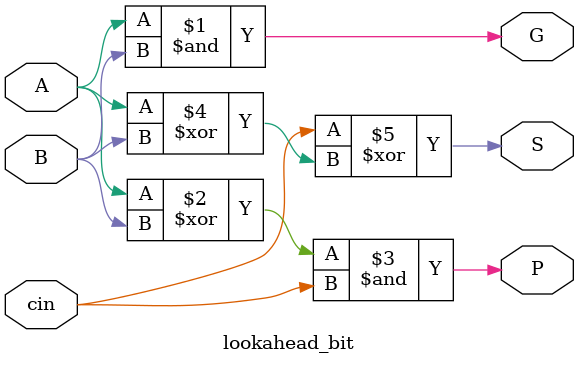
<source format=sv>
module lookahead_adder (
	input  [15:0] A, B,
	input         cin,
	output [15:0] S,
	output        cout
);

	logic PG, GG, PG0, PG4, PG8, PG12,
					GG0, GG4, GG8, GG12,
				c4, c8, c12;

		
	  lookahead_unit_4 BLOCK0( .A(A[3:0]), .B(B[3:0]), .c_in(cin), .S(S[3:0]), .PG(PG0), .GG(GG0));
	  lookahead_unit_4 BLOCK1( .A(A[7:4]), .B(B[7:4]), .c_in(c4), .S(S[7:4]), .PG(PG4), .GG(GG4));
	  lookahead_unit_4 BLOCK2( .A(A[11:8]), .B(B[11:8]), .c_in(c8), .S(S[11:8]), .PG(PG8), .GG(GG8));
	  lookahead_unit_4 BLOCK3( .A(A[15:12]), .B(B[15:12]), .c_in(c12), .S(S[15:12]), .PG(PG12), .GG(GG12));
	
	
	always_comb
	begin
		c4 = (cin & PG0) | GG0;
		c8 = (cin & PG0 & PG4) | (GG0 & PG4) | GG4;
		c12 = (cin & PG8 & PG4 & PG0) | (GG0 & PG8 & PG4) | (GG4 & PG8) |	GG8;
		PG = PG0 & PG4 & PG8 & PG12;
		GG = GG12 | (GG8 & PG12) | (GG4 & PG12 & PG8) | (GG0 & PG12 & PG8 & PG4);
		cout = GG | (PG & c12);
	end


    /* TODO
     *
     * Insert code here to implement a CLA adder.
     * Your code should be completly combinational (don't use always_ff or always_latch).
     * Feel free to create sub-modules or other files. */
	  
	  
endmodule




module lookahead_unit_4(
	input logic [3:0] A,B,
	input logic c_in,

	output logic [3:0] S,
	output logic PG, GG);
	
	logic [3:0] P,G;
		
	always_comb
	begin
 
		c1 = (c_in & P[0]) | G[0];
		c2 = (c_in & P[0] & P[1]) | (G[0] & P[1]) | G[1];
		c3 = (c_in & P[0] & P[1] & P[2]) | (G[0] & P[1] & P[2]) | (G[1] & P[2]) |	G[2]; 
		PG = P[0] & P[1] & P[2]& P[3]; //get the propogation signal at the end of 4 bits
		GG = G[3] | (G[2] & P[3]) | (G[1] & P[3] & P[2]) | (G[0] & P[3] & P[2] & P[1]); //get the generation signal at the end of 4 bits

	end
		lookahead_bit BLOCK0(.A(A[0]), .B(B[0]), .cin(c_in), .G(G[0]), .P(P[0]), .S(S[0]));
		lookahead_bit BLOCK1(.A(A[1]), .B(B[1]), .cin(c1), .G(G[1]), .P(P[1]), .S(S[1]));
		lookahead_bit BLOCK2(.A(A[2]), .B(B[2]), .cin(c2), .G(G[2]), .P(P[2]), .S(S[2]));
		lookahead_bit BLOCK3(.A(A[3]), .B(B[3]), .cin(c3), .G(G[3]), .P(P[3]), .S(S[3]));
	
endmodule

					  
module lookahead_bit(
		input logic A, B, cin,
		output logic G, P, S);
		
		assign G = A & B;
		assign P = (A ^ B) & cin;
		assign S = cin ^ (A ^ B); //only generating S with each bit
		
endmodule

</source>
